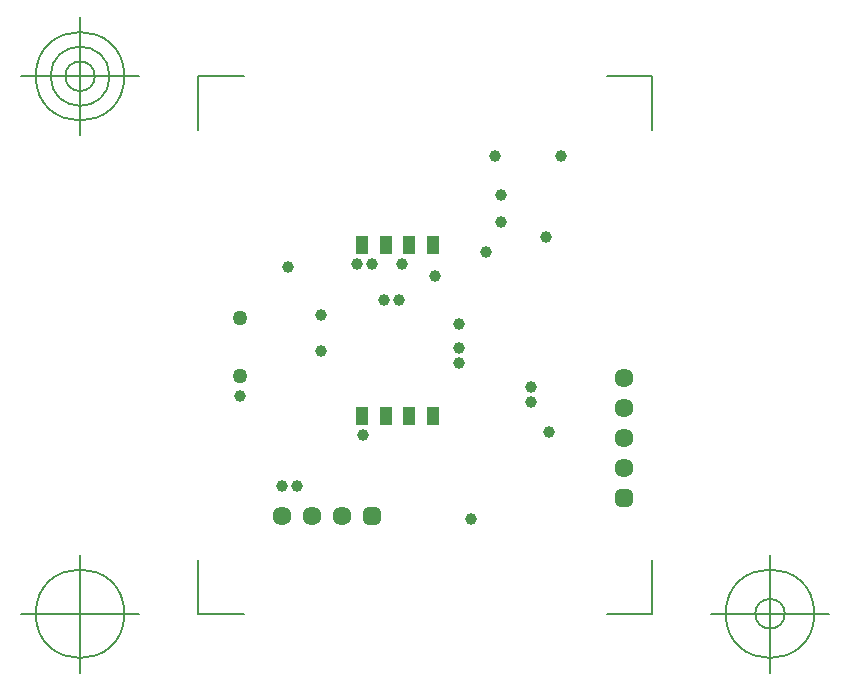
<source format=gbr>
G04 Generated by Ultiboard 14.1 *
%FSLAX34Y34*%
%MOMM*%

%ADD10C,0.0001*%
%ADD11C,0.1270*%
%ADD12C,1.0000*%
%ADD13C,1.2700*%
%ADD14R,1.0000X1.5000*%
%ADD15C,1.6088*%
%ADD16R,0.5291X0.5291*%
%ADD17C,0.9949*%


G04 ColorRGB 9900CC for the following layer *
%LNSolder Mask Bottom*%
%LPD*%
G54D10*
G54D11*
X71305Y-11446D02*
X71305Y34063D01*
X71305Y-11446D02*
X109720Y-11446D01*
X455459Y-11446D02*
X417043Y-11446D01*
X455459Y-11446D02*
X455459Y34063D01*
X455459Y443652D02*
X455459Y398143D01*
X455459Y443652D02*
X417043Y443652D01*
X71305Y443652D02*
X109720Y443652D01*
X71305Y443652D02*
X71305Y398143D01*
X21305Y-11446D02*
X-78695Y-11446D01*
X-28695Y-61446D02*
X-28695Y38554D01*
X-66195Y-11446D02*
G75*
D01*
G02X-66195Y-11446I37500J0*
G01*
X505459Y-11446D02*
X605459Y-11446D01*
X555459Y-61446D02*
X555459Y38554D01*
X517959Y-11446D02*
G75*
D01*
G02X517959Y-11446I37500J0*
G01*
X542959Y-11446D02*
G75*
D01*
G02X542959Y-11446I12500J0*
G01*
X21305Y443652D02*
X-78695Y443652D01*
X-28695Y393652D02*
X-28695Y493652D01*
X-66195Y443652D02*
G75*
D01*
G02X-66195Y443652I37500J0*
G01*
X-53695Y443652D02*
G75*
D01*
G02X-53695Y443652I25000J0*
G01*
X-41195Y443652D02*
G75*
D01*
G02X-41195Y443652I12500J0*
G01*
G54D12*
X106680Y172720D03*
X327660Y320040D03*
X365760Y307340D03*
X327660Y342900D03*
X353060Y167640D03*
X210820Y139700D03*
X147320Y281940D03*
X175260Y210820D03*
X378460Y375920D03*
X322580Y375920D03*
X314960Y294640D03*
X175260Y241300D03*
X368300Y142240D03*
X292100Y200660D03*
X271780Y274320D03*
X292100Y233680D03*
X292100Y213360D03*
X302260Y68580D03*
X142240Y96520D03*
X154940Y96520D03*
X205740Y284480D03*
X218440Y284480D03*
X243840Y284480D03*
X241300Y254000D03*
X228600Y254000D03*
X353060Y180340D03*
G54D13*
X106680Y238760D03*
X106680Y190077D03*
G54D14*
X249920Y300620D03*
X209920Y155620D03*
X229920Y300620D03*
X269920Y155620D03*
X229920Y155620D03*
X269920Y300620D03*
X249920Y155620D03*
X209920Y300620D03*
G54D15*
X431800Y187960D03*
X431800Y137160D03*
X431800Y111760D03*
X431800Y162560D03*
X142240Y71120D03*
X193040Y71120D03*
X167640Y71120D03*
G54D16*
X431800Y86360D03*
X218440Y71120D03*
G54D17*
X429155Y83715D02*
X434445Y83715D01*
X434445Y89005D01*
X429155Y89005D01*
X429155Y83715D01*D02*
X215795Y68475D02*
X221085Y68475D01*
X221085Y73765D01*
X215795Y73765D01*
X215795Y68475D01*D02*

M02*

</source>
